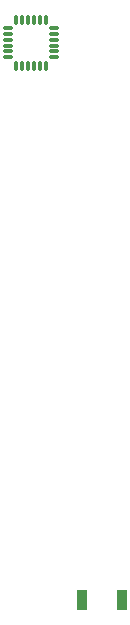
<source format=gbr>
%TF.GenerationSoftware,KiCad,Pcbnew,7.0.1-0*%
%TF.CreationDate,2023-05-31T17:03:07-06:00*%
%TF.ProjectId,STM32f4 Motion Sensor Shield,53544d33-3266-4342-904d-6f74696f6e20,rev?*%
%TF.SameCoordinates,Original*%
%TF.FileFunction,Paste,Top*%
%TF.FilePolarity,Positive*%
%FSLAX46Y46*%
G04 Gerber Fmt 4.6, Leading zero omitted, Abs format (unit mm)*
G04 Created by KiCad (PCBNEW 7.0.1-0) date 2023-05-31 17:03:07*
%MOMM*%
%LPD*%
G01*
G04 APERTURE LIST*
G04 Aperture macros list*
%AMRoundRect*
0 Rectangle with rounded corners*
0 $1 Rounding radius*
0 $2 $3 $4 $5 $6 $7 $8 $9 X,Y pos of 4 corners*
0 Add a 4 corners polygon primitive as box body*
4,1,4,$2,$3,$4,$5,$6,$7,$8,$9,$2,$3,0*
0 Add four circle primitives for the rounded corners*
1,1,$1+$1,$2,$3*
1,1,$1+$1,$4,$5*
1,1,$1+$1,$6,$7*
1,1,$1+$1,$8,$9*
0 Add four rect primitives between the rounded corners*
20,1,$1+$1,$2,$3,$4,$5,0*
20,1,$1+$1,$4,$5,$6,$7,0*
20,1,$1+$1,$6,$7,$8,$9,0*
20,1,$1+$1,$8,$9,$2,$3,0*%
G04 Aperture macros list end*
%ADD10RoundRect,0.075000X0.075000X-0.350000X0.075000X0.350000X-0.075000X0.350000X-0.075000X-0.350000X0*%
%ADD11RoundRect,0.075000X-0.350000X-0.075000X0.350000X-0.075000X0.350000X0.075000X-0.350000X0.075000X0*%
%ADD12R,0.900000X1.700000*%
G04 APERTURE END LIST*
D10*
%TO.C,U1*%
X178000000Y-61250000D03*
X178500000Y-61250000D03*
X179000000Y-61250000D03*
X179500000Y-61250000D03*
X180000000Y-61250000D03*
X180500000Y-61250000D03*
D11*
X181200000Y-61950000D03*
X181200000Y-62450000D03*
X181200000Y-62950000D03*
X181200000Y-63450000D03*
X181200000Y-63950000D03*
X181200000Y-64450000D03*
D10*
X180500000Y-65150000D03*
X180000000Y-65150000D03*
X179500000Y-65150000D03*
X179000000Y-65150000D03*
X178500000Y-65150000D03*
X178000000Y-65150000D03*
D11*
X177300000Y-64450000D03*
X177300000Y-63950000D03*
X177300000Y-63450000D03*
X177300000Y-62950000D03*
X177300000Y-62450000D03*
X177300000Y-61950000D03*
%TD*%
D12*
%TO.C,SW1*%
X183550000Y-110400000D03*
X186950000Y-110400000D03*
%TD*%
M02*

</source>
